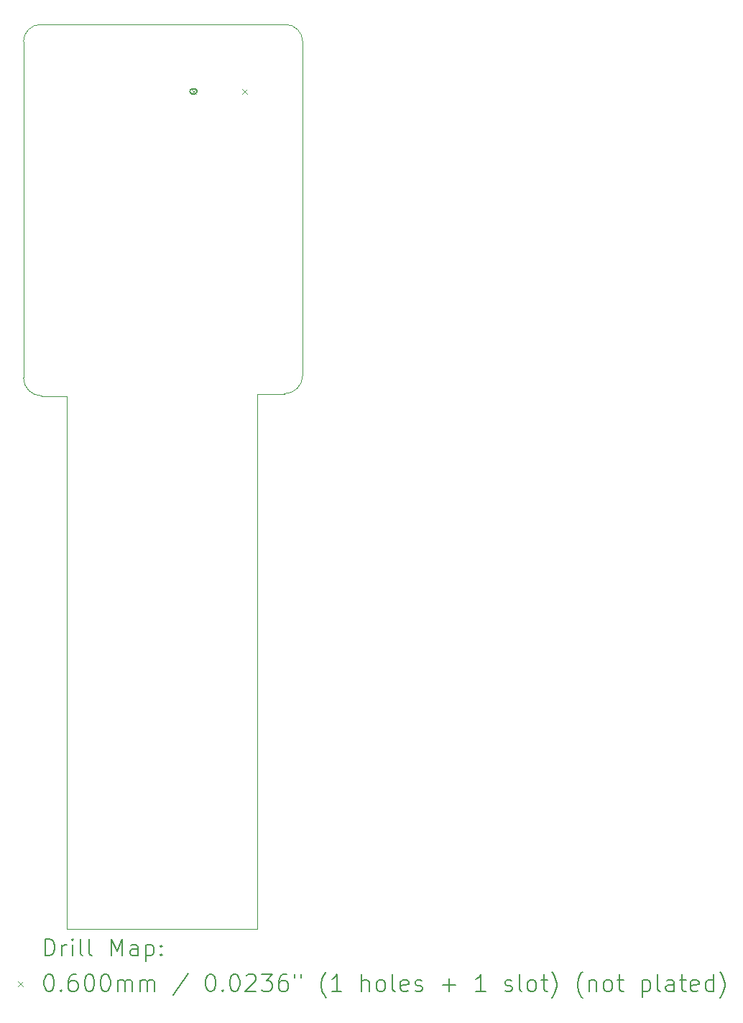
<source format=gbr>
%TF.GenerationSoftware,KiCad,Pcbnew,(6.0.11-0)*%
%TF.CreationDate,2023-10-17T10:34:44+02:00*%
%TF.ProjectId,ZESP32,5a455350-3332-42e6-9b69-6361645f7063,rev?*%
%TF.SameCoordinates,Original*%
%TF.FileFunction,Drillmap*%
%TF.FilePolarity,Positive*%
%FSLAX45Y45*%
G04 Gerber Fmt 4.5, Leading zero omitted, Abs format (unit mm)*
G04 Created by KiCad (PCBNEW (6.0.11-0)) date 2023-10-17 10:34:44*
%MOMM*%
%LPD*%
G01*
G04 APERTURE LIST*
%ADD10C,0.100000*%
%ADD11C,0.200000*%
%ADD12C,0.060000*%
G04 APERTURE END LIST*
D10*
X8178800Y-4419600D02*
X8178800Y-8382000D01*
X11468100Y-4419600D02*
X11468100Y-8356600D01*
X8382000Y-4216400D02*
X11264900Y-4216400D01*
X11252200Y-8572500D02*
X10934700Y-8572500D01*
X11252200Y-8572500D02*
G75*
G03*
X11468100Y-8356600I0J215900D01*
G01*
X8178800Y-8382000D02*
G75*
G03*
X8394700Y-8597900I215900J0D01*
G01*
X11468100Y-4419600D02*
G75*
G03*
X11264900Y-4216400I-203200J0D01*
G01*
X10934700Y-14884400D02*
X8686800Y-14884400D01*
X10934700Y-8572500D02*
X10934700Y-14884400D01*
X8382000Y-4216400D02*
G75*
G03*
X8178800Y-4419600I0J-203200D01*
G01*
X8686800Y-14884400D02*
X8686800Y-8597900D01*
X8394700Y-8597900D02*
X8686800Y-8597900D01*
D11*
D12*
X10152080Y-4975320D02*
X10212080Y-5035320D01*
X10212080Y-4975320D02*
X10152080Y-5035320D01*
D11*
X10194580Y-4975320D02*
X10169580Y-4975320D01*
X10194580Y-5035320D02*
X10169580Y-5035320D01*
X10169580Y-4975320D02*
G75*
G03*
X10169580Y-5035320I0J-30000D01*
G01*
X10194580Y-5035320D02*
G75*
G03*
X10194580Y-4975320I0J30000D01*
G01*
D12*
X10752080Y-4975320D02*
X10812080Y-5035320D01*
X10812080Y-4975320D02*
X10752080Y-5035320D01*
D11*
X8431419Y-15199876D02*
X8431419Y-14999876D01*
X8479038Y-14999876D01*
X8507610Y-15009400D01*
X8526657Y-15028448D01*
X8536181Y-15047495D01*
X8545705Y-15085590D01*
X8545705Y-15114162D01*
X8536181Y-15152257D01*
X8526657Y-15171305D01*
X8507610Y-15190352D01*
X8479038Y-15199876D01*
X8431419Y-15199876D01*
X8631419Y-15199876D02*
X8631419Y-15066543D01*
X8631419Y-15104638D02*
X8640943Y-15085590D01*
X8650467Y-15076067D01*
X8669514Y-15066543D01*
X8688562Y-15066543D01*
X8755229Y-15199876D02*
X8755229Y-15066543D01*
X8755229Y-14999876D02*
X8745705Y-15009400D01*
X8755229Y-15018924D01*
X8764752Y-15009400D01*
X8755229Y-14999876D01*
X8755229Y-15018924D01*
X8879038Y-15199876D02*
X8859990Y-15190352D01*
X8850467Y-15171305D01*
X8850467Y-14999876D01*
X8983800Y-15199876D02*
X8964752Y-15190352D01*
X8955229Y-15171305D01*
X8955229Y-14999876D01*
X9212371Y-15199876D02*
X9212371Y-14999876D01*
X9279038Y-15142733D01*
X9345705Y-14999876D01*
X9345705Y-15199876D01*
X9526657Y-15199876D02*
X9526657Y-15095114D01*
X9517133Y-15076067D01*
X9498086Y-15066543D01*
X9459990Y-15066543D01*
X9440943Y-15076067D01*
X9526657Y-15190352D02*
X9507610Y-15199876D01*
X9459990Y-15199876D01*
X9440943Y-15190352D01*
X9431419Y-15171305D01*
X9431419Y-15152257D01*
X9440943Y-15133209D01*
X9459990Y-15123686D01*
X9507610Y-15123686D01*
X9526657Y-15114162D01*
X9621895Y-15066543D02*
X9621895Y-15266543D01*
X9621895Y-15076067D02*
X9640943Y-15066543D01*
X9679038Y-15066543D01*
X9698086Y-15076067D01*
X9707610Y-15085590D01*
X9717133Y-15104638D01*
X9717133Y-15161781D01*
X9707610Y-15180828D01*
X9698086Y-15190352D01*
X9679038Y-15199876D01*
X9640943Y-15199876D01*
X9621895Y-15190352D01*
X9802848Y-15180828D02*
X9812371Y-15190352D01*
X9802848Y-15199876D01*
X9793324Y-15190352D01*
X9802848Y-15180828D01*
X9802848Y-15199876D01*
X9802848Y-15076067D02*
X9812371Y-15085590D01*
X9802848Y-15095114D01*
X9793324Y-15085590D01*
X9802848Y-15076067D01*
X9802848Y-15095114D01*
D12*
X8113800Y-15499400D02*
X8173800Y-15559400D01*
X8173800Y-15499400D02*
X8113800Y-15559400D01*
D11*
X8469514Y-15419876D02*
X8488562Y-15419876D01*
X8507610Y-15429400D01*
X8517133Y-15438924D01*
X8526657Y-15457971D01*
X8536181Y-15496067D01*
X8536181Y-15543686D01*
X8526657Y-15581781D01*
X8517133Y-15600828D01*
X8507610Y-15610352D01*
X8488562Y-15619876D01*
X8469514Y-15619876D01*
X8450467Y-15610352D01*
X8440943Y-15600828D01*
X8431419Y-15581781D01*
X8421895Y-15543686D01*
X8421895Y-15496067D01*
X8431419Y-15457971D01*
X8440943Y-15438924D01*
X8450467Y-15429400D01*
X8469514Y-15419876D01*
X8621895Y-15600828D02*
X8631419Y-15610352D01*
X8621895Y-15619876D01*
X8612371Y-15610352D01*
X8621895Y-15600828D01*
X8621895Y-15619876D01*
X8802848Y-15419876D02*
X8764752Y-15419876D01*
X8745705Y-15429400D01*
X8736181Y-15438924D01*
X8717133Y-15467495D01*
X8707610Y-15505590D01*
X8707610Y-15581781D01*
X8717133Y-15600828D01*
X8726657Y-15610352D01*
X8745705Y-15619876D01*
X8783800Y-15619876D01*
X8802848Y-15610352D01*
X8812371Y-15600828D01*
X8821895Y-15581781D01*
X8821895Y-15534162D01*
X8812371Y-15515114D01*
X8802848Y-15505590D01*
X8783800Y-15496067D01*
X8745705Y-15496067D01*
X8726657Y-15505590D01*
X8717133Y-15515114D01*
X8707610Y-15534162D01*
X8945705Y-15419876D02*
X8964752Y-15419876D01*
X8983800Y-15429400D01*
X8993324Y-15438924D01*
X9002848Y-15457971D01*
X9012371Y-15496067D01*
X9012371Y-15543686D01*
X9002848Y-15581781D01*
X8993324Y-15600828D01*
X8983800Y-15610352D01*
X8964752Y-15619876D01*
X8945705Y-15619876D01*
X8926657Y-15610352D01*
X8917133Y-15600828D01*
X8907610Y-15581781D01*
X8898086Y-15543686D01*
X8898086Y-15496067D01*
X8907610Y-15457971D01*
X8917133Y-15438924D01*
X8926657Y-15429400D01*
X8945705Y-15419876D01*
X9136181Y-15419876D02*
X9155229Y-15419876D01*
X9174276Y-15429400D01*
X9183800Y-15438924D01*
X9193324Y-15457971D01*
X9202848Y-15496067D01*
X9202848Y-15543686D01*
X9193324Y-15581781D01*
X9183800Y-15600828D01*
X9174276Y-15610352D01*
X9155229Y-15619876D01*
X9136181Y-15619876D01*
X9117133Y-15610352D01*
X9107610Y-15600828D01*
X9098086Y-15581781D01*
X9088562Y-15543686D01*
X9088562Y-15496067D01*
X9098086Y-15457971D01*
X9107610Y-15438924D01*
X9117133Y-15429400D01*
X9136181Y-15419876D01*
X9288562Y-15619876D02*
X9288562Y-15486543D01*
X9288562Y-15505590D02*
X9298086Y-15496067D01*
X9317133Y-15486543D01*
X9345705Y-15486543D01*
X9364752Y-15496067D01*
X9374276Y-15515114D01*
X9374276Y-15619876D01*
X9374276Y-15515114D02*
X9383800Y-15496067D01*
X9402848Y-15486543D01*
X9431419Y-15486543D01*
X9450467Y-15496067D01*
X9459990Y-15515114D01*
X9459990Y-15619876D01*
X9555229Y-15619876D02*
X9555229Y-15486543D01*
X9555229Y-15505590D02*
X9564752Y-15496067D01*
X9583800Y-15486543D01*
X9612371Y-15486543D01*
X9631419Y-15496067D01*
X9640943Y-15515114D01*
X9640943Y-15619876D01*
X9640943Y-15515114D02*
X9650467Y-15496067D01*
X9669514Y-15486543D01*
X9698086Y-15486543D01*
X9717133Y-15496067D01*
X9726657Y-15515114D01*
X9726657Y-15619876D01*
X10117133Y-15410352D02*
X9945705Y-15667495D01*
X10374276Y-15419876D02*
X10393324Y-15419876D01*
X10412371Y-15429400D01*
X10421895Y-15438924D01*
X10431419Y-15457971D01*
X10440943Y-15496067D01*
X10440943Y-15543686D01*
X10431419Y-15581781D01*
X10421895Y-15600828D01*
X10412371Y-15610352D01*
X10393324Y-15619876D01*
X10374276Y-15619876D01*
X10355229Y-15610352D01*
X10345705Y-15600828D01*
X10336181Y-15581781D01*
X10326657Y-15543686D01*
X10326657Y-15496067D01*
X10336181Y-15457971D01*
X10345705Y-15438924D01*
X10355229Y-15429400D01*
X10374276Y-15419876D01*
X10526657Y-15600828D02*
X10536181Y-15610352D01*
X10526657Y-15619876D01*
X10517133Y-15610352D01*
X10526657Y-15600828D01*
X10526657Y-15619876D01*
X10659990Y-15419876D02*
X10679038Y-15419876D01*
X10698086Y-15429400D01*
X10707610Y-15438924D01*
X10717133Y-15457971D01*
X10726657Y-15496067D01*
X10726657Y-15543686D01*
X10717133Y-15581781D01*
X10707610Y-15600828D01*
X10698086Y-15610352D01*
X10679038Y-15619876D01*
X10659990Y-15619876D01*
X10640943Y-15610352D01*
X10631419Y-15600828D01*
X10621895Y-15581781D01*
X10612371Y-15543686D01*
X10612371Y-15496067D01*
X10621895Y-15457971D01*
X10631419Y-15438924D01*
X10640943Y-15429400D01*
X10659990Y-15419876D01*
X10802848Y-15438924D02*
X10812371Y-15429400D01*
X10831419Y-15419876D01*
X10879038Y-15419876D01*
X10898086Y-15429400D01*
X10907610Y-15438924D01*
X10917133Y-15457971D01*
X10917133Y-15477019D01*
X10907610Y-15505590D01*
X10793324Y-15619876D01*
X10917133Y-15619876D01*
X10983800Y-15419876D02*
X11107610Y-15419876D01*
X11040943Y-15496067D01*
X11069514Y-15496067D01*
X11088562Y-15505590D01*
X11098086Y-15515114D01*
X11107610Y-15534162D01*
X11107610Y-15581781D01*
X11098086Y-15600828D01*
X11088562Y-15610352D01*
X11069514Y-15619876D01*
X11012371Y-15619876D01*
X10993324Y-15610352D01*
X10983800Y-15600828D01*
X11279038Y-15419876D02*
X11240943Y-15419876D01*
X11221895Y-15429400D01*
X11212371Y-15438924D01*
X11193324Y-15467495D01*
X11183800Y-15505590D01*
X11183800Y-15581781D01*
X11193324Y-15600828D01*
X11202848Y-15610352D01*
X11221895Y-15619876D01*
X11259990Y-15619876D01*
X11279038Y-15610352D01*
X11288562Y-15600828D01*
X11298086Y-15581781D01*
X11298086Y-15534162D01*
X11288562Y-15515114D01*
X11279038Y-15505590D01*
X11259990Y-15496067D01*
X11221895Y-15496067D01*
X11202848Y-15505590D01*
X11193324Y-15515114D01*
X11183800Y-15534162D01*
X11374276Y-15419876D02*
X11374276Y-15457971D01*
X11450467Y-15419876D02*
X11450467Y-15457971D01*
X11745705Y-15696067D02*
X11736181Y-15686543D01*
X11717133Y-15657971D01*
X11707609Y-15638924D01*
X11698086Y-15610352D01*
X11688562Y-15562733D01*
X11688562Y-15524638D01*
X11698086Y-15477019D01*
X11707609Y-15448448D01*
X11717133Y-15429400D01*
X11736181Y-15400828D01*
X11745705Y-15391305D01*
X11926657Y-15619876D02*
X11812371Y-15619876D01*
X11869514Y-15619876D02*
X11869514Y-15419876D01*
X11850467Y-15448448D01*
X11831419Y-15467495D01*
X11812371Y-15477019D01*
X12164752Y-15619876D02*
X12164752Y-15419876D01*
X12250467Y-15619876D02*
X12250467Y-15515114D01*
X12240943Y-15496067D01*
X12221895Y-15486543D01*
X12193324Y-15486543D01*
X12174276Y-15496067D01*
X12164752Y-15505590D01*
X12374276Y-15619876D02*
X12355228Y-15610352D01*
X12345705Y-15600828D01*
X12336181Y-15581781D01*
X12336181Y-15524638D01*
X12345705Y-15505590D01*
X12355228Y-15496067D01*
X12374276Y-15486543D01*
X12402848Y-15486543D01*
X12421895Y-15496067D01*
X12431419Y-15505590D01*
X12440943Y-15524638D01*
X12440943Y-15581781D01*
X12431419Y-15600828D01*
X12421895Y-15610352D01*
X12402848Y-15619876D01*
X12374276Y-15619876D01*
X12555228Y-15619876D02*
X12536181Y-15610352D01*
X12526657Y-15591305D01*
X12526657Y-15419876D01*
X12707609Y-15610352D02*
X12688562Y-15619876D01*
X12650467Y-15619876D01*
X12631419Y-15610352D01*
X12621895Y-15591305D01*
X12621895Y-15515114D01*
X12631419Y-15496067D01*
X12650467Y-15486543D01*
X12688562Y-15486543D01*
X12707609Y-15496067D01*
X12717133Y-15515114D01*
X12717133Y-15534162D01*
X12621895Y-15553209D01*
X12793324Y-15610352D02*
X12812371Y-15619876D01*
X12850467Y-15619876D01*
X12869514Y-15610352D01*
X12879038Y-15591305D01*
X12879038Y-15581781D01*
X12869514Y-15562733D01*
X12850467Y-15553209D01*
X12821895Y-15553209D01*
X12802848Y-15543686D01*
X12793324Y-15524638D01*
X12793324Y-15515114D01*
X12802848Y-15496067D01*
X12821895Y-15486543D01*
X12850467Y-15486543D01*
X12869514Y-15496067D01*
X13117133Y-15543686D02*
X13269514Y-15543686D01*
X13193324Y-15619876D02*
X13193324Y-15467495D01*
X13621895Y-15619876D02*
X13507609Y-15619876D01*
X13564752Y-15619876D02*
X13564752Y-15419876D01*
X13545705Y-15448448D01*
X13526657Y-15467495D01*
X13507609Y-15477019D01*
X13850467Y-15610352D02*
X13869514Y-15619876D01*
X13907609Y-15619876D01*
X13926657Y-15610352D01*
X13936181Y-15591305D01*
X13936181Y-15581781D01*
X13926657Y-15562733D01*
X13907609Y-15553209D01*
X13879038Y-15553209D01*
X13859990Y-15543686D01*
X13850467Y-15524638D01*
X13850467Y-15515114D01*
X13859990Y-15496067D01*
X13879038Y-15486543D01*
X13907609Y-15486543D01*
X13926657Y-15496067D01*
X14050467Y-15619876D02*
X14031419Y-15610352D01*
X14021895Y-15591305D01*
X14021895Y-15419876D01*
X14155228Y-15619876D02*
X14136181Y-15610352D01*
X14126657Y-15600828D01*
X14117133Y-15581781D01*
X14117133Y-15524638D01*
X14126657Y-15505590D01*
X14136181Y-15496067D01*
X14155228Y-15486543D01*
X14183800Y-15486543D01*
X14202848Y-15496067D01*
X14212371Y-15505590D01*
X14221895Y-15524638D01*
X14221895Y-15581781D01*
X14212371Y-15600828D01*
X14202848Y-15610352D01*
X14183800Y-15619876D01*
X14155228Y-15619876D01*
X14279038Y-15486543D02*
X14355228Y-15486543D01*
X14307609Y-15419876D02*
X14307609Y-15591305D01*
X14317133Y-15610352D01*
X14336181Y-15619876D01*
X14355228Y-15619876D01*
X14402848Y-15696067D02*
X14412371Y-15686543D01*
X14431419Y-15657971D01*
X14440943Y-15638924D01*
X14450467Y-15610352D01*
X14459990Y-15562733D01*
X14459990Y-15524638D01*
X14450467Y-15477019D01*
X14440943Y-15448448D01*
X14431419Y-15429400D01*
X14412371Y-15400828D01*
X14402848Y-15391305D01*
X14764752Y-15696067D02*
X14755228Y-15686543D01*
X14736181Y-15657971D01*
X14726657Y-15638924D01*
X14717133Y-15610352D01*
X14707609Y-15562733D01*
X14707609Y-15524638D01*
X14717133Y-15477019D01*
X14726657Y-15448448D01*
X14736181Y-15429400D01*
X14755228Y-15400828D01*
X14764752Y-15391305D01*
X14840943Y-15486543D02*
X14840943Y-15619876D01*
X14840943Y-15505590D02*
X14850467Y-15496067D01*
X14869514Y-15486543D01*
X14898086Y-15486543D01*
X14917133Y-15496067D01*
X14926657Y-15515114D01*
X14926657Y-15619876D01*
X15050467Y-15619876D02*
X15031419Y-15610352D01*
X15021895Y-15600828D01*
X15012371Y-15581781D01*
X15012371Y-15524638D01*
X15021895Y-15505590D01*
X15031419Y-15496067D01*
X15050467Y-15486543D01*
X15079038Y-15486543D01*
X15098086Y-15496067D01*
X15107609Y-15505590D01*
X15117133Y-15524638D01*
X15117133Y-15581781D01*
X15107609Y-15600828D01*
X15098086Y-15610352D01*
X15079038Y-15619876D01*
X15050467Y-15619876D01*
X15174276Y-15486543D02*
X15250467Y-15486543D01*
X15202848Y-15419876D02*
X15202848Y-15591305D01*
X15212371Y-15610352D01*
X15231419Y-15619876D01*
X15250467Y-15619876D01*
X15469514Y-15486543D02*
X15469514Y-15686543D01*
X15469514Y-15496067D02*
X15488562Y-15486543D01*
X15526657Y-15486543D01*
X15545705Y-15496067D01*
X15555228Y-15505590D01*
X15564752Y-15524638D01*
X15564752Y-15581781D01*
X15555228Y-15600828D01*
X15545705Y-15610352D01*
X15526657Y-15619876D01*
X15488562Y-15619876D01*
X15469514Y-15610352D01*
X15679038Y-15619876D02*
X15659990Y-15610352D01*
X15650467Y-15591305D01*
X15650467Y-15419876D01*
X15840943Y-15619876D02*
X15840943Y-15515114D01*
X15831419Y-15496067D01*
X15812371Y-15486543D01*
X15774276Y-15486543D01*
X15755228Y-15496067D01*
X15840943Y-15610352D02*
X15821895Y-15619876D01*
X15774276Y-15619876D01*
X15755228Y-15610352D01*
X15745705Y-15591305D01*
X15745705Y-15572257D01*
X15755228Y-15553209D01*
X15774276Y-15543686D01*
X15821895Y-15543686D01*
X15840943Y-15534162D01*
X15907609Y-15486543D02*
X15983800Y-15486543D01*
X15936181Y-15419876D02*
X15936181Y-15591305D01*
X15945705Y-15610352D01*
X15964752Y-15619876D01*
X15983800Y-15619876D01*
X16126657Y-15610352D02*
X16107609Y-15619876D01*
X16069514Y-15619876D01*
X16050467Y-15610352D01*
X16040943Y-15591305D01*
X16040943Y-15515114D01*
X16050467Y-15496067D01*
X16069514Y-15486543D01*
X16107609Y-15486543D01*
X16126657Y-15496067D01*
X16136181Y-15515114D01*
X16136181Y-15534162D01*
X16040943Y-15553209D01*
X16307609Y-15619876D02*
X16307609Y-15419876D01*
X16307609Y-15610352D02*
X16288562Y-15619876D01*
X16250467Y-15619876D01*
X16231419Y-15610352D01*
X16221895Y-15600828D01*
X16212371Y-15581781D01*
X16212371Y-15524638D01*
X16221895Y-15505590D01*
X16231419Y-15496067D01*
X16250467Y-15486543D01*
X16288562Y-15486543D01*
X16307609Y-15496067D01*
X16383800Y-15696067D02*
X16393324Y-15686543D01*
X16412371Y-15657971D01*
X16421895Y-15638924D01*
X16431419Y-15610352D01*
X16440943Y-15562733D01*
X16440943Y-15524638D01*
X16431419Y-15477019D01*
X16421895Y-15448448D01*
X16412371Y-15429400D01*
X16393324Y-15400828D01*
X16383800Y-15391305D01*
M02*

</source>
